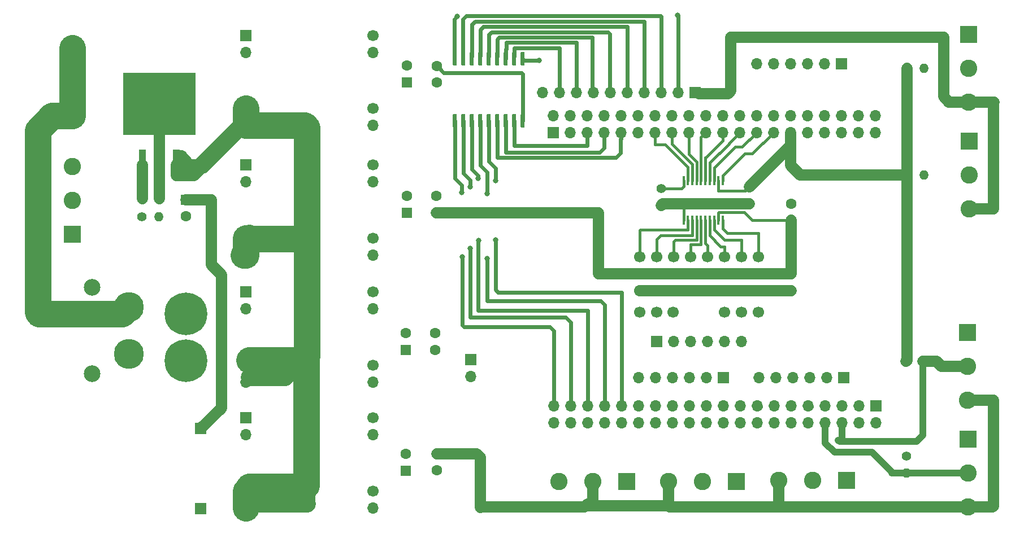
<source format=gtl>
G04 #@! TF.GenerationSoftware,KiCad,Pcbnew,(5.1.4-0-10_14)*
G04 #@! TF.CreationDate,2019-12-13T09:04:00-05:00*
G04 #@! TF.ProjectId,Robot,526f626f-742e-46b6-9963-61645f706362,rev?*
G04 #@! TF.SameCoordinates,Original*
G04 #@! TF.FileFunction,Copper,L1,Top*
G04 #@! TF.FilePolarity,Positive*
%FSLAX46Y46*%
G04 Gerber Fmt 4.6, Leading zero omitted, Abs format (unit mm)*
G04 Created by KiCad (PCBNEW (5.1.4-0-10_14)) date 2019-12-13 09:04:00*
%MOMM*%
%LPD*%
G04 APERTURE LIST*
%ADD10O,1.700000X1.700000*%
%ADD11R,1.700000X1.700000*%
%ADD12C,6.400000*%
%ADD13C,2.500000*%
%ADD14C,4.500000*%
%ADD15R,10.800000X9.400000*%
%ADD16R,1.100000X4.600000*%
%ADD17O,1.400000X1.400000*%
%ADD18C,1.400000*%
%ADD19C,1.600000*%
%ADD20R,1.600000X1.600000*%
%ADD21C,0.100000*%
%ADD22C,0.600000*%
%ADD23R,0.450000X1.450000*%
%ADD24C,1.700000*%
%ADD25C,2.600000*%
%ADD26R,2.600000X2.600000*%
%ADD27C,0.800000*%
%ADD28C,1.700000*%
%ADD29C,0.450000*%
%ADD30C,0.600000*%
%ADD31C,1.000000*%
%ADD32C,4.000000*%
%ADD33C,2.600000*%
G04 APERTURE END LIST*
D10*
X46860000Y-40600000D03*
X49400000Y-40600000D03*
X51940000Y-40600000D03*
X54480000Y-40600000D03*
X57020000Y-40600000D03*
D11*
X59560000Y-40600000D03*
X3674000Y-37879000D03*
D10*
X3674000Y-40419000D03*
D11*
X-36760000Y-60240000D03*
X-36760000Y-48240000D03*
D12*
X-38990000Y-38070000D03*
X-38990000Y-31070000D03*
D13*
X-53090000Y-40030000D03*
X-53090000Y-27030000D03*
D14*
X-47590000Y-37030000D03*
X-47590000Y-30030000D03*
D15*
X-42985000Y455000D03*
D16*
X-40445000Y-8695000D03*
X-42985000Y-8695000D03*
X-45525000Y-8695000D03*
D17*
X-45540000Y-13750000D03*
D18*
X-43000000Y-13750000D03*
D17*
X-43030000Y-16450000D03*
D18*
X-45570000Y-16450000D03*
D19*
X-39020000Y-16390000D03*
D20*
X-39020000Y-13890000D03*
D10*
X16140000Y-47410000D03*
X16140000Y-44870000D03*
X18680000Y-47410000D03*
X18680000Y-44870000D03*
X21220000Y-47410000D03*
X21220000Y-44870000D03*
X23760000Y-47410000D03*
X23760000Y-44870000D03*
X26300000Y-47410000D03*
X26300000Y-44870000D03*
X28840000Y-47410000D03*
X28840000Y-44870000D03*
X31380000Y-47410000D03*
X31380000Y-44870000D03*
X33920000Y-47410000D03*
X33920000Y-44870000D03*
X36460000Y-47410000D03*
X36460000Y-44870000D03*
X39000000Y-47410000D03*
X39000000Y-44870000D03*
X41540000Y-47410000D03*
X41540000Y-44870000D03*
X44080000Y-47410000D03*
X44080000Y-44870000D03*
X46620000Y-47410000D03*
X46620000Y-44870000D03*
X49160000Y-47410000D03*
X49160000Y-44870000D03*
X51700000Y-47410000D03*
X51700000Y-44870000D03*
X54240000Y-47410000D03*
X54240000Y-44870000D03*
X56780000Y-47410000D03*
X56780000Y-44870000D03*
X59320000Y-47410000D03*
X59320000Y-44870000D03*
X61860000Y-47410000D03*
X61860000Y-44870000D03*
X64400000Y-47410000D03*
D11*
X64400000Y-44870000D03*
D10*
X64260000Y-1300000D03*
X64260000Y-3840000D03*
X61720000Y-1300000D03*
X61720000Y-3840000D03*
X59180000Y-1300000D03*
X59180000Y-3840000D03*
X56640000Y-1300000D03*
X56640000Y-3840000D03*
X54100000Y-1300000D03*
X54100000Y-3840000D03*
X51560000Y-1300000D03*
X51560000Y-3840000D03*
X49020000Y-1300000D03*
X49020000Y-3840000D03*
X46480000Y-1300000D03*
X46480000Y-3840000D03*
X43940000Y-1300000D03*
X43940000Y-3840000D03*
X41400000Y-1300000D03*
X41400000Y-3840000D03*
X38860000Y-1300000D03*
X38860000Y-3840000D03*
X36320000Y-1300000D03*
X36320000Y-3840000D03*
X33780000Y-1300000D03*
X33780000Y-3840000D03*
X31240000Y-1300000D03*
X31240000Y-3840000D03*
X28700000Y-1300000D03*
X28700000Y-3840000D03*
X26160000Y-1300000D03*
X26160000Y-3840000D03*
X23620000Y-1300000D03*
X23620000Y-3840000D03*
X21080000Y-1300000D03*
X21080000Y-3840000D03*
X18540000Y-1300000D03*
X18540000Y-3840000D03*
X16000000Y-1300000D03*
D11*
X16000000Y-3840000D03*
D19*
X-5900000Y6200000D03*
D20*
X-5900000Y3700000D03*
D21*
G36*
X1464703Y8264278D02*
G01*
X1479264Y8262118D01*
X1493543Y8258541D01*
X1507403Y8253582D01*
X1520710Y8247288D01*
X1533336Y8239720D01*
X1545159Y8230952D01*
X1556066Y8221066D01*
X1565952Y8210159D01*
X1574720Y8198336D01*
X1582288Y8185710D01*
X1588582Y8172403D01*
X1593541Y8158543D01*
X1597118Y8144264D01*
X1599278Y8129703D01*
X1600000Y8115000D01*
X1600000Y6365000D01*
X1599278Y6350297D01*
X1597118Y6335736D01*
X1593541Y6321457D01*
X1588582Y6307597D01*
X1582288Y6294290D01*
X1574720Y6281664D01*
X1565952Y6269841D01*
X1556066Y6258934D01*
X1545159Y6249048D01*
X1533336Y6240280D01*
X1520710Y6232712D01*
X1507403Y6226418D01*
X1493543Y6221459D01*
X1479264Y6217882D01*
X1464703Y6215722D01*
X1450000Y6215000D01*
X1150000Y6215000D01*
X1135297Y6215722D01*
X1120736Y6217882D01*
X1106457Y6221459D01*
X1092597Y6226418D01*
X1079290Y6232712D01*
X1066664Y6240280D01*
X1054841Y6249048D01*
X1043934Y6258934D01*
X1034048Y6269841D01*
X1025280Y6281664D01*
X1017712Y6294290D01*
X1011418Y6307597D01*
X1006459Y6321457D01*
X1002882Y6335736D01*
X1000722Y6350297D01*
X1000000Y6365000D01*
X1000000Y8115000D01*
X1000722Y8129703D01*
X1002882Y8144264D01*
X1006459Y8158543D01*
X1011418Y8172403D01*
X1017712Y8185710D01*
X1025280Y8198336D01*
X1034048Y8210159D01*
X1043934Y8221066D01*
X1054841Y8230952D01*
X1066664Y8239720D01*
X1079290Y8247288D01*
X1092597Y8253582D01*
X1106457Y8258541D01*
X1120736Y8262118D01*
X1135297Y8264278D01*
X1150000Y8265000D01*
X1450000Y8265000D01*
X1464703Y8264278D01*
X1464703Y8264278D01*
G37*
D22*
X1300000Y7240000D03*
D21*
G36*
X2734703Y8264278D02*
G01*
X2749264Y8262118D01*
X2763543Y8258541D01*
X2777403Y8253582D01*
X2790710Y8247288D01*
X2803336Y8239720D01*
X2815159Y8230952D01*
X2826066Y8221066D01*
X2835952Y8210159D01*
X2844720Y8198336D01*
X2852288Y8185710D01*
X2858582Y8172403D01*
X2863541Y8158543D01*
X2867118Y8144264D01*
X2869278Y8129703D01*
X2870000Y8115000D01*
X2870000Y6365000D01*
X2869278Y6350297D01*
X2867118Y6335736D01*
X2863541Y6321457D01*
X2858582Y6307597D01*
X2852288Y6294290D01*
X2844720Y6281664D01*
X2835952Y6269841D01*
X2826066Y6258934D01*
X2815159Y6249048D01*
X2803336Y6240280D01*
X2790710Y6232712D01*
X2777403Y6226418D01*
X2763543Y6221459D01*
X2749264Y6217882D01*
X2734703Y6215722D01*
X2720000Y6215000D01*
X2420000Y6215000D01*
X2405297Y6215722D01*
X2390736Y6217882D01*
X2376457Y6221459D01*
X2362597Y6226418D01*
X2349290Y6232712D01*
X2336664Y6240280D01*
X2324841Y6249048D01*
X2313934Y6258934D01*
X2304048Y6269841D01*
X2295280Y6281664D01*
X2287712Y6294290D01*
X2281418Y6307597D01*
X2276459Y6321457D01*
X2272882Y6335736D01*
X2270722Y6350297D01*
X2270000Y6365000D01*
X2270000Y8115000D01*
X2270722Y8129703D01*
X2272882Y8144264D01*
X2276459Y8158543D01*
X2281418Y8172403D01*
X2287712Y8185710D01*
X2295280Y8198336D01*
X2304048Y8210159D01*
X2313934Y8221066D01*
X2324841Y8230952D01*
X2336664Y8239720D01*
X2349290Y8247288D01*
X2362597Y8253582D01*
X2376457Y8258541D01*
X2390736Y8262118D01*
X2405297Y8264278D01*
X2420000Y8265000D01*
X2720000Y8265000D01*
X2734703Y8264278D01*
X2734703Y8264278D01*
G37*
D22*
X2570000Y7240000D03*
D21*
G36*
X4004703Y8264278D02*
G01*
X4019264Y8262118D01*
X4033543Y8258541D01*
X4047403Y8253582D01*
X4060710Y8247288D01*
X4073336Y8239720D01*
X4085159Y8230952D01*
X4096066Y8221066D01*
X4105952Y8210159D01*
X4114720Y8198336D01*
X4122288Y8185710D01*
X4128582Y8172403D01*
X4133541Y8158543D01*
X4137118Y8144264D01*
X4139278Y8129703D01*
X4140000Y8115000D01*
X4140000Y6365000D01*
X4139278Y6350297D01*
X4137118Y6335736D01*
X4133541Y6321457D01*
X4128582Y6307597D01*
X4122288Y6294290D01*
X4114720Y6281664D01*
X4105952Y6269841D01*
X4096066Y6258934D01*
X4085159Y6249048D01*
X4073336Y6240280D01*
X4060710Y6232712D01*
X4047403Y6226418D01*
X4033543Y6221459D01*
X4019264Y6217882D01*
X4004703Y6215722D01*
X3990000Y6215000D01*
X3690000Y6215000D01*
X3675297Y6215722D01*
X3660736Y6217882D01*
X3646457Y6221459D01*
X3632597Y6226418D01*
X3619290Y6232712D01*
X3606664Y6240280D01*
X3594841Y6249048D01*
X3583934Y6258934D01*
X3574048Y6269841D01*
X3565280Y6281664D01*
X3557712Y6294290D01*
X3551418Y6307597D01*
X3546459Y6321457D01*
X3542882Y6335736D01*
X3540722Y6350297D01*
X3540000Y6365000D01*
X3540000Y8115000D01*
X3540722Y8129703D01*
X3542882Y8144264D01*
X3546459Y8158543D01*
X3551418Y8172403D01*
X3557712Y8185710D01*
X3565280Y8198336D01*
X3574048Y8210159D01*
X3583934Y8221066D01*
X3594841Y8230952D01*
X3606664Y8239720D01*
X3619290Y8247288D01*
X3632597Y8253582D01*
X3646457Y8258541D01*
X3660736Y8262118D01*
X3675297Y8264278D01*
X3690000Y8265000D01*
X3990000Y8265000D01*
X4004703Y8264278D01*
X4004703Y8264278D01*
G37*
D22*
X3840000Y7240000D03*
D21*
G36*
X5274703Y8264278D02*
G01*
X5289264Y8262118D01*
X5303543Y8258541D01*
X5317403Y8253582D01*
X5330710Y8247288D01*
X5343336Y8239720D01*
X5355159Y8230952D01*
X5366066Y8221066D01*
X5375952Y8210159D01*
X5384720Y8198336D01*
X5392288Y8185710D01*
X5398582Y8172403D01*
X5403541Y8158543D01*
X5407118Y8144264D01*
X5409278Y8129703D01*
X5410000Y8115000D01*
X5410000Y6365000D01*
X5409278Y6350297D01*
X5407118Y6335736D01*
X5403541Y6321457D01*
X5398582Y6307597D01*
X5392288Y6294290D01*
X5384720Y6281664D01*
X5375952Y6269841D01*
X5366066Y6258934D01*
X5355159Y6249048D01*
X5343336Y6240280D01*
X5330710Y6232712D01*
X5317403Y6226418D01*
X5303543Y6221459D01*
X5289264Y6217882D01*
X5274703Y6215722D01*
X5260000Y6215000D01*
X4960000Y6215000D01*
X4945297Y6215722D01*
X4930736Y6217882D01*
X4916457Y6221459D01*
X4902597Y6226418D01*
X4889290Y6232712D01*
X4876664Y6240280D01*
X4864841Y6249048D01*
X4853934Y6258934D01*
X4844048Y6269841D01*
X4835280Y6281664D01*
X4827712Y6294290D01*
X4821418Y6307597D01*
X4816459Y6321457D01*
X4812882Y6335736D01*
X4810722Y6350297D01*
X4810000Y6365000D01*
X4810000Y8115000D01*
X4810722Y8129703D01*
X4812882Y8144264D01*
X4816459Y8158543D01*
X4821418Y8172403D01*
X4827712Y8185710D01*
X4835280Y8198336D01*
X4844048Y8210159D01*
X4853934Y8221066D01*
X4864841Y8230952D01*
X4876664Y8239720D01*
X4889290Y8247288D01*
X4902597Y8253582D01*
X4916457Y8258541D01*
X4930736Y8262118D01*
X4945297Y8264278D01*
X4960000Y8265000D01*
X5260000Y8265000D01*
X5274703Y8264278D01*
X5274703Y8264278D01*
G37*
D22*
X5110000Y7240000D03*
D21*
G36*
X6544703Y8264278D02*
G01*
X6559264Y8262118D01*
X6573543Y8258541D01*
X6587403Y8253582D01*
X6600710Y8247288D01*
X6613336Y8239720D01*
X6625159Y8230952D01*
X6636066Y8221066D01*
X6645952Y8210159D01*
X6654720Y8198336D01*
X6662288Y8185710D01*
X6668582Y8172403D01*
X6673541Y8158543D01*
X6677118Y8144264D01*
X6679278Y8129703D01*
X6680000Y8115000D01*
X6680000Y6365000D01*
X6679278Y6350297D01*
X6677118Y6335736D01*
X6673541Y6321457D01*
X6668582Y6307597D01*
X6662288Y6294290D01*
X6654720Y6281664D01*
X6645952Y6269841D01*
X6636066Y6258934D01*
X6625159Y6249048D01*
X6613336Y6240280D01*
X6600710Y6232712D01*
X6587403Y6226418D01*
X6573543Y6221459D01*
X6559264Y6217882D01*
X6544703Y6215722D01*
X6530000Y6215000D01*
X6230000Y6215000D01*
X6215297Y6215722D01*
X6200736Y6217882D01*
X6186457Y6221459D01*
X6172597Y6226418D01*
X6159290Y6232712D01*
X6146664Y6240280D01*
X6134841Y6249048D01*
X6123934Y6258934D01*
X6114048Y6269841D01*
X6105280Y6281664D01*
X6097712Y6294290D01*
X6091418Y6307597D01*
X6086459Y6321457D01*
X6082882Y6335736D01*
X6080722Y6350297D01*
X6080000Y6365000D01*
X6080000Y8115000D01*
X6080722Y8129703D01*
X6082882Y8144264D01*
X6086459Y8158543D01*
X6091418Y8172403D01*
X6097712Y8185710D01*
X6105280Y8198336D01*
X6114048Y8210159D01*
X6123934Y8221066D01*
X6134841Y8230952D01*
X6146664Y8239720D01*
X6159290Y8247288D01*
X6172597Y8253582D01*
X6186457Y8258541D01*
X6200736Y8262118D01*
X6215297Y8264278D01*
X6230000Y8265000D01*
X6530000Y8265000D01*
X6544703Y8264278D01*
X6544703Y8264278D01*
G37*
D22*
X6380000Y7240000D03*
D21*
G36*
X7814703Y8264278D02*
G01*
X7829264Y8262118D01*
X7843543Y8258541D01*
X7857403Y8253582D01*
X7870710Y8247288D01*
X7883336Y8239720D01*
X7895159Y8230952D01*
X7906066Y8221066D01*
X7915952Y8210159D01*
X7924720Y8198336D01*
X7932288Y8185710D01*
X7938582Y8172403D01*
X7943541Y8158543D01*
X7947118Y8144264D01*
X7949278Y8129703D01*
X7950000Y8115000D01*
X7950000Y6365000D01*
X7949278Y6350297D01*
X7947118Y6335736D01*
X7943541Y6321457D01*
X7938582Y6307597D01*
X7932288Y6294290D01*
X7924720Y6281664D01*
X7915952Y6269841D01*
X7906066Y6258934D01*
X7895159Y6249048D01*
X7883336Y6240280D01*
X7870710Y6232712D01*
X7857403Y6226418D01*
X7843543Y6221459D01*
X7829264Y6217882D01*
X7814703Y6215722D01*
X7800000Y6215000D01*
X7500000Y6215000D01*
X7485297Y6215722D01*
X7470736Y6217882D01*
X7456457Y6221459D01*
X7442597Y6226418D01*
X7429290Y6232712D01*
X7416664Y6240280D01*
X7404841Y6249048D01*
X7393934Y6258934D01*
X7384048Y6269841D01*
X7375280Y6281664D01*
X7367712Y6294290D01*
X7361418Y6307597D01*
X7356459Y6321457D01*
X7352882Y6335736D01*
X7350722Y6350297D01*
X7350000Y6365000D01*
X7350000Y8115000D01*
X7350722Y8129703D01*
X7352882Y8144264D01*
X7356459Y8158543D01*
X7361418Y8172403D01*
X7367712Y8185710D01*
X7375280Y8198336D01*
X7384048Y8210159D01*
X7393934Y8221066D01*
X7404841Y8230952D01*
X7416664Y8239720D01*
X7429290Y8247288D01*
X7442597Y8253582D01*
X7456457Y8258541D01*
X7470736Y8262118D01*
X7485297Y8264278D01*
X7500000Y8265000D01*
X7800000Y8265000D01*
X7814703Y8264278D01*
X7814703Y8264278D01*
G37*
D22*
X7650000Y7240000D03*
D21*
G36*
X9084703Y8264278D02*
G01*
X9099264Y8262118D01*
X9113543Y8258541D01*
X9127403Y8253582D01*
X9140710Y8247288D01*
X9153336Y8239720D01*
X9165159Y8230952D01*
X9176066Y8221066D01*
X9185952Y8210159D01*
X9194720Y8198336D01*
X9202288Y8185710D01*
X9208582Y8172403D01*
X9213541Y8158543D01*
X9217118Y8144264D01*
X9219278Y8129703D01*
X9220000Y8115000D01*
X9220000Y6365000D01*
X9219278Y6350297D01*
X9217118Y6335736D01*
X9213541Y6321457D01*
X9208582Y6307597D01*
X9202288Y6294290D01*
X9194720Y6281664D01*
X9185952Y6269841D01*
X9176066Y6258934D01*
X9165159Y6249048D01*
X9153336Y6240280D01*
X9140710Y6232712D01*
X9127403Y6226418D01*
X9113543Y6221459D01*
X9099264Y6217882D01*
X9084703Y6215722D01*
X9070000Y6215000D01*
X8770000Y6215000D01*
X8755297Y6215722D01*
X8740736Y6217882D01*
X8726457Y6221459D01*
X8712597Y6226418D01*
X8699290Y6232712D01*
X8686664Y6240280D01*
X8674841Y6249048D01*
X8663934Y6258934D01*
X8654048Y6269841D01*
X8645280Y6281664D01*
X8637712Y6294290D01*
X8631418Y6307597D01*
X8626459Y6321457D01*
X8622882Y6335736D01*
X8620722Y6350297D01*
X8620000Y6365000D01*
X8620000Y8115000D01*
X8620722Y8129703D01*
X8622882Y8144264D01*
X8626459Y8158543D01*
X8631418Y8172403D01*
X8637712Y8185710D01*
X8645280Y8198336D01*
X8654048Y8210159D01*
X8663934Y8221066D01*
X8674841Y8230952D01*
X8686664Y8239720D01*
X8699290Y8247288D01*
X8712597Y8253582D01*
X8726457Y8258541D01*
X8740736Y8262118D01*
X8755297Y8264278D01*
X8770000Y8265000D01*
X9070000Y8265000D01*
X9084703Y8264278D01*
X9084703Y8264278D01*
G37*
D22*
X8920000Y7240000D03*
D21*
G36*
X10354703Y8264278D02*
G01*
X10369264Y8262118D01*
X10383543Y8258541D01*
X10397403Y8253582D01*
X10410710Y8247288D01*
X10423336Y8239720D01*
X10435159Y8230952D01*
X10446066Y8221066D01*
X10455952Y8210159D01*
X10464720Y8198336D01*
X10472288Y8185710D01*
X10478582Y8172403D01*
X10483541Y8158543D01*
X10487118Y8144264D01*
X10489278Y8129703D01*
X10490000Y8115000D01*
X10490000Y6365000D01*
X10489278Y6350297D01*
X10487118Y6335736D01*
X10483541Y6321457D01*
X10478582Y6307597D01*
X10472288Y6294290D01*
X10464720Y6281664D01*
X10455952Y6269841D01*
X10446066Y6258934D01*
X10435159Y6249048D01*
X10423336Y6240280D01*
X10410710Y6232712D01*
X10397403Y6226418D01*
X10383543Y6221459D01*
X10369264Y6217882D01*
X10354703Y6215722D01*
X10340000Y6215000D01*
X10040000Y6215000D01*
X10025297Y6215722D01*
X10010736Y6217882D01*
X9996457Y6221459D01*
X9982597Y6226418D01*
X9969290Y6232712D01*
X9956664Y6240280D01*
X9944841Y6249048D01*
X9933934Y6258934D01*
X9924048Y6269841D01*
X9915280Y6281664D01*
X9907712Y6294290D01*
X9901418Y6307597D01*
X9896459Y6321457D01*
X9892882Y6335736D01*
X9890722Y6350297D01*
X9890000Y6365000D01*
X9890000Y8115000D01*
X9890722Y8129703D01*
X9892882Y8144264D01*
X9896459Y8158543D01*
X9901418Y8172403D01*
X9907712Y8185710D01*
X9915280Y8198336D01*
X9924048Y8210159D01*
X9933934Y8221066D01*
X9944841Y8230952D01*
X9956664Y8239720D01*
X9969290Y8247288D01*
X9982597Y8253582D01*
X9996457Y8258541D01*
X10010736Y8262118D01*
X10025297Y8264278D01*
X10040000Y8265000D01*
X10340000Y8265000D01*
X10354703Y8264278D01*
X10354703Y8264278D01*
G37*
D22*
X10190000Y7240000D03*
D21*
G36*
X11624703Y8264278D02*
G01*
X11639264Y8262118D01*
X11653543Y8258541D01*
X11667403Y8253582D01*
X11680710Y8247288D01*
X11693336Y8239720D01*
X11705159Y8230952D01*
X11716066Y8221066D01*
X11725952Y8210159D01*
X11734720Y8198336D01*
X11742288Y8185710D01*
X11748582Y8172403D01*
X11753541Y8158543D01*
X11757118Y8144264D01*
X11759278Y8129703D01*
X11760000Y8115000D01*
X11760000Y6365000D01*
X11759278Y6350297D01*
X11757118Y6335736D01*
X11753541Y6321457D01*
X11748582Y6307597D01*
X11742288Y6294290D01*
X11734720Y6281664D01*
X11725952Y6269841D01*
X11716066Y6258934D01*
X11705159Y6249048D01*
X11693336Y6240280D01*
X11680710Y6232712D01*
X11667403Y6226418D01*
X11653543Y6221459D01*
X11639264Y6217882D01*
X11624703Y6215722D01*
X11610000Y6215000D01*
X11310000Y6215000D01*
X11295297Y6215722D01*
X11280736Y6217882D01*
X11266457Y6221459D01*
X11252597Y6226418D01*
X11239290Y6232712D01*
X11226664Y6240280D01*
X11214841Y6249048D01*
X11203934Y6258934D01*
X11194048Y6269841D01*
X11185280Y6281664D01*
X11177712Y6294290D01*
X11171418Y6307597D01*
X11166459Y6321457D01*
X11162882Y6335736D01*
X11160722Y6350297D01*
X11160000Y6365000D01*
X11160000Y8115000D01*
X11160722Y8129703D01*
X11162882Y8144264D01*
X11166459Y8158543D01*
X11171418Y8172403D01*
X11177712Y8185710D01*
X11185280Y8198336D01*
X11194048Y8210159D01*
X11203934Y8221066D01*
X11214841Y8230952D01*
X11226664Y8239720D01*
X11239290Y8247288D01*
X11252597Y8253582D01*
X11266457Y8258541D01*
X11280736Y8262118D01*
X11295297Y8264278D01*
X11310000Y8265000D01*
X11610000Y8265000D01*
X11624703Y8264278D01*
X11624703Y8264278D01*
G37*
D22*
X11460000Y7240000D03*
D21*
G36*
X11624703Y-1035722D02*
G01*
X11639264Y-1037882D01*
X11653543Y-1041459D01*
X11667403Y-1046418D01*
X11680710Y-1052712D01*
X11693336Y-1060280D01*
X11705159Y-1069048D01*
X11716066Y-1078934D01*
X11725952Y-1089841D01*
X11734720Y-1101664D01*
X11742288Y-1114290D01*
X11748582Y-1127597D01*
X11753541Y-1141457D01*
X11757118Y-1155736D01*
X11759278Y-1170297D01*
X11760000Y-1185000D01*
X11760000Y-2935000D01*
X11759278Y-2949703D01*
X11757118Y-2964264D01*
X11753541Y-2978543D01*
X11748582Y-2992403D01*
X11742288Y-3005710D01*
X11734720Y-3018336D01*
X11725952Y-3030159D01*
X11716066Y-3041066D01*
X11705159Y-3050952D01*
X11693336Y-3059720D01*
X11680710Y-3067288D01*
X11667403Y-3073582D01*
X11653543Y-3078541D01*
X11639264Y-3082118D01*
X11624703Y-3084278D01*
X11610000Y-3085000D01*
X11310000Y-3085000D01*
X11295297Y-3084278D01*
X11280736Y-3082118D01*
X11266457Y-3078541D01*
X11252597Y-3073582D01*
X11239290Y-3067288D01*
X11226664Y-3059720D01*
X11214841Y-3050952D01*
X11203934Y-3041066D01*
X11194048Y-3030159D01*
X11185280Y-3018336D01*
X11177712Y-3005710D01*
X11171418Y-2992403D01*
X11166459Y-2978543D01*
X11162882Y-2964264D01*
X11160722Y-2949703D01*
X11160000Y-2935000D01*
X11160000Y-1185000D01*
X11160722Y-1170297D01*
X11162882Y-1155736D01*
X11166459Y-1141457D01*
X11171418Y-1127597D01*
X11177712Y-1114290D01*
X11185280Y-1101664D01*
X11194048Y-1089841D01*
X11203934Y-1078934D01*
X11214841Y-1069048D01*
X11226664Y-1060280D01*
X11239290Y-1052712D01*
X11252597Y-1046418D01*
X11266457Y-1041459D01*
X11280736Y-1037882D01*
X11295297Y-1035722D01*
X11310000Y-1035000D01*
X11610000Y-1035000D01*
X11624703Y-1035722D01*
X11624703Y-1035722D01*
G37*
D22*
X11460000Y-2060000D03*
D21*
G36*
X10354703Y-1035722D02*
G01*
X10369264Y-1037882D01*
X10383543Y-1041459D01*
X10397403Y-1046418D01*
X10410710Y-1052712D01*
X10423336Y-1060280D01*
X10435159Y-1069048D01*
X10446066Y-1078934D01*
X10455952Y-1089841D01*
X10464720Y-1101664D01*
X10472288Y-1114290D01*
X10478582Y-1127597D01*
X10483541Y-1141457D01*
X10487118Y-1155736D01*
X10489278Y-1170297D01*
X10490000Y-1185000D01*
X10490000Y-2935000D01*
X10489278Y-2949703D01*
X10487118Y-2964264D01*
X10483541Y-2978543D01*
X10478582Y-2992403D01*
X10472288Y-3005710D01*
X10464720Y-3018336D01*
X10455952Y-3030159D01*
X10446066Y-3041066D01*
X10435159Y-3050952D01*
X10423336Y-3059720D01*
X10410710Y-3067288D01*
X10397403Y-3073582D01*
X10383543Y-3078541D01*
X10369264Y-3082118D01*
X10354703Y-3084278D01*
X10340000Y-3085000D01*
X10040000Y-3085000D01*
X10025297Y-3084278D01*
X10010736Y-3082118D01*
X9996457Y-3078541D01*
X9982597Y-3073582D01*
X9969290Y-3067288D01*
X9956664Y-3059720D01*
X9944841Y-3050952D01*
X9933934Y-3041066D01*
X9924048Y-3030159D01*
X9915280Y-3018336D01*
X9907712Y-3005710D01*
X9901418Y-2992403D01*
X9896459Y-2978543D01*
X9892882Y-2964264D01*
X9890722Y-2949703D01*
X9890000Y-2935000D01*
X9890000Y-1185000D01*
X9890722Y-1170297D01*
X9892882Y-1155736D01*
X9896459Y-1141457D01*
X9901418Y-1127597D01*
X9907712Y-1114290D01*
X9915280Y-1101664D01*
X9924048Y-1089841D01*
X9933934Y-1078934D01*
X9944841Y-1069048D01*
X9956664Y-1060280D01*
X9969290Y-1052712D01*
X9982597Y-1046418D01*
X9996457Y-1041459D01*
X10010736Y-1037882D01*
X10025297Y-1035722D01*
X10040000Y-1035000D01*
X10340000Y-1035000D01*
X10354703Y-1035722D01*
X10354703Y-1035722D01*
G37*
D22*
X10190000Y-2060000D03*
D21*
G36*
X9084703Y-1035722D02*
G01*
X9099264Y-1037882D01*
X9113543Y-1041459D01*
X9127403Y-1046418D01*
X9140710Y-1052712D01*
X9153336Y-1060280D01*
X9165159Y-1069048D01*
X9176066Y-1078934D01*
X9185952Y-1089841D01*
X9194720Y-1101664D01*
X9202288Y-1114290D01*
X9208582Y-1127597D01*
X9213541Y-1141457D01*
X9217118Y-1155736D01*
X9219278Y-1170297D01*
X9220000Y-1185000D01*
X9220000Y-2935000D01*
X9219278Y-2949703D01*
X9217118Y-2964264D01*
X9213541Y-2978543D01*
X9208582Y-2992403D01*
X9202288Y-3005710D01*
X9194720Y-3018336D01*
X9185952Y-3030159D01*
X9176066Y-3041066D01*
X9165159Y-3050952D01*
X9153336Y-3059720D01*
X9140710Y-3067288D01*
X9127403Y-3073582D01*
X9113543Y-3078541D01*
X9099264Y-3082118D01*
X9084703Y-3084278D01*
X9070000Y-3085000D01*
X8770000Y-3085000D01*
X8755297Y-3084278D01*
X8740736Y-3082118D01*
X8726457Y-3078541D01*
X8712597Y-3073582D01*
X8699290Y-3067288D01*
X8686664Y-3059720D01*
X8674841Y-3050952D01*
X8663934Y-3041066D01*
X8654048Y-3030159D01*
X8645280Y-3018336D01*
X8637712Y-3005710D01*
X8631418Y-2992403D01*
X8626459Y-2978543D01*
X8622882Y-2964264D01*
X8620722Y-2949703D01*
X8620000Y-2935000D01*
X8620000Y-1185000D01*
X8620722Y-1170297D01*
X8622882Y-1155736D01*
X8626459Y-1141457D01*
X8631418Y-1127597D01*
X8637712Y-1114290D01*
X8645280Y-1101664D01*
X8654048Y-1089841D01*
X8663934Y-1078934D01*
X8674841Y-1069048D01*
X8686664Y-1060280D01*
X8699290Y-1052712D01*
X8712597Y-1046418D01*
X8726457Y-1041459D01*
X8740736Y-1037882D01*
X8755297Y-1035722D01*
X8770000Y-1035000D01*
X9070000Y-1035000D01*
X9084703Y-1035722D01*
X9084703Y-1035722D01*
G37*
D22*
X8920000Y-2060000D03*
D21*
G36*
X7814703Y-1035722D02*
G01*
X7829264Y-1037882D01*
X7843543Y-1041459D01*
X7857403Y-1046418D01*
X7870710Y-1052712D01*
X7883336Y-1060280D01*
X7895159Y-1069048D01*
X7906066Y-1078934D01*
X7915952Y-1089841D01*
X7924720Y-1101664D01*
X7932288Y-1114290D01*
X7938582Y-1127597D01*
X7943541Y-1141457D01*
X7947118Y-1155736D01*
X7949278Y-1170297D01*
X7950000Y-1185000D01*
X7950000Y-2935000D01*
X7949278Y-2949703D01*
X7947118Y-2964264D01*
X7943541Y-2978543D01*
X7938582Y-2992403D01*
X7932288Y-3005710D01*
X7924720Y-3018336D01*
X7915952Y-3030159D01*
X7906066Y-3041066D01*
X7895159Y-3050952D01*
X7883336Y-3059720D01*
X7870710Y-3067288D01*
X7857403Y-3073582D01*
X7843543Y-3078541D01*
X7829264Y-3082118D01*
X7814703Y-3084278D01*
X7800000Y-3085000D01*
X7500000Y-3085000D01*
X7485297Y-3084278D01*
X7470736Y-3082118D01*
X7456457Y-3078541D01*
X7442597Y-3073582D01*
X7429290Y-3067288D01*
X7416664Y-3059720D01*
X7404841Y-3050952D01*
X7393934Y-3041066D01*
X7384048Y-3030159D01*
X7375280Y-3018336D01*
X7367712Y-3005710D01*
X7361418Y-2992403D01*
X7356459Y-2978543D01*
X7352882Y-2964264D01*
X7350722Y-2949703D01*
X7350000Y-2935000D01*
X7350000Y-1185000D01*
X7350722Y-1170297D01*
X7352882Y-1155736D01*
X7356459Y-1141457D01*
X7361418Y-1127597D01*
X7367712Y-1114290D01*
X7375280Y-1101664D01*
X7384048Y-1089841D01*
X7393934Y-1078934D01*
X7404841Y-1069048D01*
X7416664Y-1060280D01*
X7429290Y-1052712D01*
X7442597Y-1046418D01*
X7456457Y-1041459D01*
X7470736Y-1037882D01*
X7485297Y-1035722D01*
X7500000Y-1035000D01*
X7800000Y-1035000D01*
X7814703Y-1035722D01*
X7814703Y-1035722D01*
G37*
D22*
X7650000Y-2060000D03*
D21*
G36*
X6544703Y-1035722D02*
G01*
X6559264Y-1037882D01*
X6573543Y-1041459D01*
X6587403Y-1046418D01*
X6600710Y-1052712D01*
X6613336Y-1060280D01*
X6625159Y-1069048D01*
X6636066Y-1078934D01*
X6645952Y-1089841D01*
X6654720Y-1101664D01*
X6662288Y-1114290D01*
X6668582Y-1127597D01*
X6673541Y-1141457D01*
X6677118Y-1155736D01*
X6679278Y-1170297D01*
X6680000Y-1185000D01*
X6680000Y-2935000D01*
X6679278Y-2949703D01*
X6677118Y-2964264D01*
X6673541Y-2978543D01*
X6668582Y-2992403D01*
X6662288Y-3005710D01*
X6654720Y-3018336D01*
X6645952Y-3030159D01*
X6636066Y-3041066D01*
X6625159Y-3050952D01*
X6613336Y-3059720D01*
X6600710Y-3067288D01*
X6587403Y-3073582D01*
X6573543Y-3078541D01*
X6559264Y-3082118D01*
X6544703Y-3084278D01*
X6530000Y-3085000D01*
X6230000Y-3085000D01*
X6215297Y-3084278D01*
X6200736Y-3082118D01*
X6186457Y-3078541D01*
X6172597Y-3073582D01*
X6159290Y-3067288D01*
X6146664Y-3059720D01*
X6134841Y-3050952D01*
X6123934Y-3041066D01*
X6114048Y-3030159D01*
X6105280Y-3018336D01*
X6097712Y-3005710D01*
X6091418Y-2992403D01*
X6086459Y-2978543D01*
X6082882Y-2964264D01*
X6080722Y-2949703D01*
X6080000Y-2935000D01*
X6080000Y-1185000D01*
X6080722Y-1170297D01*
X6082882Y-1155736D01*
X6086459Y-1141457D01*
X6091418Y-1127597D01*
X6097712Y-1114290D01*
X6105280Y-1101664D01*
X6114048Y-1089841D01*
X6123934Y-1078934D01*
X6134841Y-1069048D01*
X6146664Y-1060280D01*
X6159290Y-1052712D01*
X6172597Y-1046418D01*
X6186457Y-1041459D01*
X6200736Y-1037882D01*
X6215297Y-1035722D01*
X6230000Y-1035000D01*
X6530000Y-1035000D01*
X6544703Y-1035722D01*
X6544703Y-1035722D01*
G37*
D22*
X6380000Y-2060000D03*
D21*
G36*
X5274703Y-1035722D02*
G01*
X5289264Y-1037882D01*
X5303543Y-1041459D01*
X5317403Y-1046418D01*
X5330710Y-1052712D01*
X5343336Y-1060280D01*
X5355159Y-1069048D01*
X5366066Y-1078934D01*
X5375952Y-1089841D01*
X5384720Y-1101664D01*
X5392288Y-1114290D01*
X5398582Y-1127597D01*
X5403541Y-1141457D01*
X5407118Y-1155736D01*
X5409278Y-1170297D01*
X5410000Y-1185000D01*
X5410000Y-2935000D01*
X5409278Y-2949703D01*
X5407118Y-2964264D01*
X5403541Y-2978543D01*
X5398582Y-2992403D01*
X5392288Y-3005710D01*
X5384720Y-3018336D01*
X5375952Y-3030159D01*
X5366066Y-3041066D01*
X5355159Y-3050952D01*
X5343336Y-3059720D01*
X5330710Y-3067288D01*
X5317403Y-3073582D01*
X5303543Y-3078541D01*
X5289264Y-3082118D01*
X5274703Y-3084278D01*
X5260000Y-3085000D01*
X4960000Y-3085000D01*
X4945297Y-3084278D01*
X4930736Y-3082118D01*
X4916457Y-3078541D01*
X4902597Y-3073582D01*
X4889290Y-3067288D01*
X4876664Y-3059720D01*
X4864841Y-3050952D01*
X4853934Y-3041066D01*
X4844048Y-3030159D01*
X4835280Y-3018336D01*
X4827712Y-3005710D01*
X4821418Y-2992403D01*
X4816459Y-2978543D01*
X4812882Y-2964264D01*
X4810722Y-2949703D01*
X4810000Y-2935000D01*
X4810000Y-1185000D01*
X4810722Y-1170297D01*
X4812882Y-1155736D01*
X4816459Y-1141457D01*
X4821418Y-1127597D01*
X4827712Y-1114290D01*
X4835280Y-1101664D01*
X4844048Y-1089841D01*
X4853934Y-1078934D01*
X4864841Y-1069048D01*
X4876664Y-1060280D01*
X4889290Y-1052712D01*
X4902597Y-1046418D01*
X4916457Y-1041459D01*
X4930736Y-1037882D01*
X4945297Y-1035722D01*
X4960000Y-1035000D01*
X5260000Y-1035000D01*
X5274703Y-1035722D01*
X5274703Y-1035722D01*
G37*
D22*
X5110000Y-2060000D03*
D21*
G36*
X4004703Y-1035722D02*
G01*
X4019264Y-1037882D01*
X4033543Y-1041459D01*
X4047403Y-1046418D01*
X4060710Y-1052712D01*
X4073336Y-1060280D01*
X4085159Y-1069048D01*
X4096066Y-1078934D01*
X4105952Y-1089841D01*
X4114720Y-1101664D01*
X4122288Y-1114290D01*
X4128582Y-1127597D01*
X4133541Y-1141457D01*
X4137118Y-1155736D01*
X4139278Y-1170297D01*
X4140000Y-1185000D01*
X4140000Y-2935000D01*
X4139278Y-2949703D01*
X4137118Y-2964264D01*
X4133541Y-2978543D01*
X4128582Y-2992403D01*
X4122288Y-3005710D01*
X4114720Y-3018336D01*
X4105952Y-3030159D01*
X4096066Y-3041066D01*
X4085159Y-3050952D01*
X4073336Y-3059720D01*
X4060710Y-3067288D01*
X4047403Y-3073582D01*
X4033543Y-3078541D01*
X4019264Y-3082118D01*
X4004703Y-3084278D01*
X3990000Y-3085000D01*
X3690000Y-3085000D01*
X3675297Y-3084278D01*
X3660736Y-3082118D01*
X3646457Y-3078541D01*
X3632597Y-3073582D01*
X3619290Y-3067288D01*
X3606664Y-3059720D01*
X3594841Y-3050952D01*
X3583934Y-3041066D01*
X3574048Y-3030159D01*
X3565280Y-3018336D01*
X3557712Y-3005710D01*
X3551418Y-2992403D01*
X3546459Y-2978543D01*
X3542882Y-2964264D01*
X3540722Y-2949703D01*
X3540000Y-2935000D01*
X3540000Y-1185000D01*
X3540722Y-1170297D01*
X3542882Y-1155736D01*
X3546459Y-1141457D01*
X3551418Y-1127597D01*
X3557712Y-1114290D01*
X3565280Y-1101664D01*
X3574048Y-1089841D01*
X3583934Y-1078934D01*
X3594841Y-1069048D01*
X3606664Y-1060280D01*
X3619290Y-1052712D01*
X3632597Y-1046418D01*
X3646457Y-1041459D01*
X3660736Y-1037882D01*
X3675297Y-1035722D01*
X3690000Y-1035000D01*
X3990000Y-1035000D01*
X4004703Y-1035722D01*
X4004703Y-1035722D01*
G37*
D22*
X3840000Y-2060000D03*
D21*
G36*
X2734703Y-1035722D02*
G01*
X2749264Y-1037882D01*
X2763543Y-1041459D01*
X2777403Y-1046418D01*
X2790710Y-1052712D01*
X2803336Y-1060280D01*
X2815159Y-1069048D01*
X2826066Y-1078934D01*
X2835952Y-1089841D01*
X2844720Y-1101664D01*
X2852288Y-1114290D01*
X2858582Y-1127597D01*
X2863541Y-1141457D01*
X2867118Y-1155736D01*
X2869278Y-1170297D01*
X2870000Y-1185000D01*
X2870000Y-2935000D01*
X2869278Y-2949703D01*
X2867118Y-2964264D01*
X2863541Y-2978543D01*
X2858582Y-2992403D01*
X2852288Y-3005710D01*
X2844720Y-3018336D01*
X2835952Y-3030159D01*
X2826066Y-3041066D01*
X2815159Y-3050952D01*
X2803336Y-3059720D01*
X2790710Y-3067288D01*
X2777403Y-3073582D01*
X2763543Y-3078541D01*
X2749264Y-3082118D01*
X2734703Y-3084278D01*
X2720000Y-3085000D01*
X2420000Y-3085000D01*
X2405297Y-3084278D01*
X2390736Y-3082118D01*
X2376457Y-3078541D01*
X2362597Y-3073582D01*
X2349290Y-3067288D01*
X2336664Y-3059720D01*
X2324841Y-3050952D01*
X2313934Y-3041066D01*
X2304048Y-3030159D01*
X2295280Y-3018336D01*
X2287712Y-3005710D01*
X2281418Y-2992403D01*
X2276459Y-2978543D01*
X2272882Y-2964264D01*
X2270722Y-2949703D01*
X2270000Y-2935000D01*
X2270000Y-1185000D01*
X2270722Y-1170297D01*
X2272882Y-1155736D01*
X2276459Y-1141457D01*
X2281418Y-1127597D01*
X2287712Y-1114290D01*
X2295280Y-1101664D01*
X2304048Y-1089841D01*
X2313934Y-1078934D01*
X2324841Y-1069048D01*
X2336664Y-1060280D01*
X2349290Y-1052712D01*
X2362597Y-1046418D01*
X2376457Y-1041459D01*
X2390736Y-1037882D01*
X2405297Y-1035722D01*
X2420000Y-1035000D01*
X2720000Y-1035000D01*
X2734703Y-1035722D01*
X2734703Y-1035722D01*
G37*
D22*
X2570000Y-2060000D03*
D21*
G36*
X1464703Y-1035722D02*
G01*
X1479264Y-1037882D01*
X1493543Y-1041459D01*
X1507403Y-1046418D01*
X1520710Y-1052712D01*
X1533336Y-1060280D01*
X1545159Y-1069048D01*
X1556066Y-1078934D01*
X1565952Y-1089841D01*
X1574720Y-1101664D01*
X1582288Y-1114290D01*
X1588582Y-1127597D01*
X1593541Y-1141457D01*
X1597118Y-1155736D01*
X1599278Y-1170297D01*
X1600000Y-1185000D01*
X1600000Y-2935000D01*
X1599278Y-2949703D01*
X1597118Y-2964264D01*
X1593541Y-2978543D01*
X1588582Y-2992403D01*
X1582288Y-3005710D01*
X1574720Y-3018336D01*
X1565952Y-3030159D01*
X1556066Y-3041066D01*
X1545159Y-3050952D01*
X1533336Y-3059720D01*
X1520710Y-3067288D01*
X1507403Y-3073582D01*
X1493543Y-3078541D01*
X1479264Y-3082118D01*
X1464703Y-3084278D01*
X1450000Y-3085000D01*
X1150000Y-3085000D01*
X1135297Y-3084278D01*
X1120736Y-3082118D01*
X1106457Y-3078541D01*
X1092597Y-3073582D01*
X1079290Y-3067288D01*
X1066664Y-3059720D01*
X1054841Y-3050952D01*
X1043934Y-3041066D01*
X1034048Y-3030159D01*
X1025280Y-3018336D01*
X1017712Y-3005710D01*
X1011418Y-2992403D01*
X1006459Y-2978543D01*
X1002882Y-2964264D01*
X1000722Y-2949703D01*
X1000000Y-2935000D01*
X1000000Y-1185000D01*
X1000722Y-1170297D01*
X1002882Y-1155736D01*
X1006459Y-1141457D01*
X1011418Y-1127597D01*
X1017712Y-1114290D01*
X1025280Y-1101664D01*
X1034048Y-1089841D01*
X1043934Y-1078934D01*
X1054841Y-1069048D01*
X1066664Y-1060280D01*
X1079290Y-1052712D01*
X1092597Y-1046418D01*
X1106457Y-1041459D01*
X1120736Y-1037882D01*
X1135297Y-1035722D01*
X1150000Y-1035000D01*
X1450000Y-1035000D01*
X1464703Y-1035722D01*
X1464703Y-1035722D01*
G37*
D22*
X1300000Y-2060000D03*
D17*
X68932540Y-54897020D03*
D18*
X68932540Y-52357020D03*
D17*
X71440000Y-38150000D03*
D18*
X68900000Y-38150000D03*
D17*
X71540000Y-10200000D03*
D18*
X69000000Y-10200000D03*
D17*
X71540000Y5800000D03*
D18*
X69000000Y5800000D03*
D23*
X41425000Y-16950000D03*
X40775000Y-16950000D03*
X40125000Y-16950000D03*
X39475000Y-16950000D03*
X38825000Y-16950000D03*
X38175000Y-16950000D03*
X37525000Y-16950000D03*
X36875000Y-16950000D03*
X36225000Y-16950000D03*
X35575000Y-16950000D03*
X35575000Y-11050000D03*
X36225000Y-11050000D03*
X36875000Y-11050000D03*
X37525000Y-11050000D03*
X38175000Y-11050000D03*
X38825000Y-11050000D03*
X39475000Y-11050000D03*
X40125000Y-11050000D03*
X40775000Y-11050000D03*
X41425000Y-11050000D03*
D24*
X-11000000Y-250000D03*
D10*
X-11000000Y-2790000D03*
X-30000000Y-2790000D03*
D24*
X-30000000Y-250000D03*
D10*
X-11000000Y8210000D03*
D24*
X-11000000Y10750000D03*
D10*
X-30000000Y8210000D03*
D11*
X-30000000Y10750000D03*
D24*
X-11000000Y-19653500D03*
D10*
X-11000000Y-22193500D03*
X-30000000Y-22193500D03*
D24*
X-30000000Y-19653500D03*
D10*
X-11000000Y-11193500D03*
D24*
X-11000000Y-8653500D03*
D10*
X-30000000Y-11193500D03*
D11*
X-30000000Y-8653500D03*
D24*
X-11000000Y-38700000D03*
D10*
X-11000000Y-41240000D03*
X-30000000Y-41240000D03*
D24*
X-30000000Y-38700000D03*
D10*
X-11000000Y-30240000D03*
D24*
X-11000000Y-27700000D03*
D10*
X-30000000Y-30240000D03*
D11*
X-30000000Y-27700000D03*
D24*
X-11000000Y-57600000D03*
D10*
X-11000000Y-60140000D03*
X-30000000Y-60140000D03*
D24*
X-30000000Y-57600000D03*
D10*
X-11000000Y-49140000D03*
D24*
X-11000000Y-46600000D03*
D10*
X-30000000Y-49140000D03*
D11*
X-30000000Y-46600000D03*
D24*
X46780000Y-30780000D03*
X44240000Y-30780000D03*
X41700000Y-30780000D03*
X34000000Y-30780000D03*
X31500000Y-30780000D03*
X29000000Y-30780000D03*
X46780000Y-27580000D03*
X44240000Y-27580000D03*
X41700000Y-27580000D03*
X39160000Y-27580000D03*
X36620000Y-27580000D03*
X34080000Y-27580000D03*
X31540000Y-27580000D03*
X29000000Y-27580000D03*
X46780000Y-25040000D03*
X44240000Y-25040000D03*
X41700000Y-25040000D03*
X39160000Y-25040000D03*
X36620000Y-25040000D03*
X34080000Y-25040000D03*
X31540000Y-25040000D03*
X29000000Y-25040000D03*
X46780000Y-22500000D03*
X44240000Y-22500000D03*
X41700000Y-22500000D03*
X39160000Y-22500000D03*
X36620000Y-22500000D03*
X34080000Y-22500000D03*
X31540000Y-22500000D03*
X29000000Y-22500000D03*
D17*
X32222440Y-14759940D03*
D18*
X32222440Y-12219940D03*
D10*
X28801360Y-40619220D03*
X31341360Y-40619220D03*
X33881360Y-40619220D03*
X36421360Y-40619220D03*
X38961360Y-40619220D03*
D11*
X41501360Y-40619220D03*
D10*
X46500000Y6500000D03*
X49040000Y6500000D03*
X51580000Y6500000D03*
X54120000Y6500000D03*
X56660000Y6500000D03*
D11*
X59200000Y6500000D03*
D19*
X-5900420Y-13372460D03*
D20*
X-5900420Y-15872460D03*
D19*
X-6075680Y-33913440D03*
D20*
X-6075680Y-36413440D03*
D19*
X-6050280Y-52026180D03*
D20*
X-6050280Y-54526180D03*
D19*
X-1430000Y6180000D03*
X-1430000Y3680000D03*
X-1513840Y-13372460D03*
X-1513840Y-15872460D03*
X-1699260Y-33913440D03*
X-1699260Y-36413440D03*
X-1402080Y-51995700D03*
X-1402080Y-54495700D03*
X51648360Y-27544400D03*
X51648360Y-25044400D03*
X51650900Y-14492600D03*
X51650900Y-16992600D03*
X45400000Y-14500000D03*
X45400000Y-12000000D03*
D25*
X-56000000Y-8920000D03*
X-56000000Y-14000000D03*
D26*
X-56000000Y-19080000D03*
D25*
X-56000000Y8860000D03*
X-56000000Y3780000D03*
D26*
X-56000000Y-1300000D03*
D25*
X33290000Y-56150000D03*
X38370000Y-56150000D03*
D26*
X43450000Y-56150000D03*
D25*
X49790000Y-56000000D03*
X54870000Y-56000000D03*
D26*
X59950000Y-56000000D03*
D25*
X78150000Y-60010000D03*
X78150000Y-54930000D03*
D26*
X78150000Y-49850000D03*
D25*
X78100000Y-44010000D03*
X78100000Y-38930000D03*
D26*
X78100000Y-33850000D03*
D25*
X78350000Y-15260000D03*
X78350000Y-10180000D03*
D26*
X78350000Y-5100000D03*
D25*
X78300000Y740000D03*
X78300000Y5820000D03*
D26*
X78300000Y10900000D03*
D10*
X14390000Y2160000D03*
X16930000Y2160000D03*
X19470000Y2160000D03*
X22010000Y2160000D03*
X24550000Y2160000D03*
X27090000Y2160000D03*
X29630000Y2160000D03*
X32170000Y2160000D03*
X34710000Y2160000D03*
D11*
X37250000Y2160000D03*
D25*
X16920000Y-56200000D03*
X22000000Y-56200000D03*
D26*
X27080000Y-56200000D03*
D10*
X44250000Y-35150000D03*
X41710000Y-35150000D03*
X39170000Y-35150000D03*
X36630000Y-35150000D03*
X34090000Y-35150000D03*
D11*
X31550000Y-35150000D03*
D27*
X34700000Y13770000D03*
X1660000Y13600000D03*
X13950000Y6990000D03*
X7410000Y-11080000D03*
X7370000Y-19900000D03*
X6170000Y-22730000D03*
X6160000Y-13030000D03*
X4820000Y-20060000D03*
X4810000Y-10690000D03*
X3560000Y-11980000D03*
X3570000Y-21190000D03*
X2360000Y-12790000D03*
X2430000Y-22460000D03*
D28*
X78300000Y740000D02*
X82040000Y740000D01*
X82040000Y740000D02*
X82000000Y700000D01*
X78360000Y-15250000D02*
X78350000Y-15260000D01*
X82000000Y-15250000D02*
X78360000Y-15250000D01*
X82000000Y700000D02*
X82000000Y-13950000D01*
X82000000Y-13950000D02*
X82000000Y-15250000D01*
X78100000Y-44010000D02*
X81960000Y-44010000D01*
X81960000Y-44010000D02*
X81950000Y-44020000D01*
X81950000Y-44020000D02*
X81950000Y-59900000D01*
X81840000Y-60010000D02*
X78150000Y-60010000D01*
X81950000Y-59900000D02*
X81840000Y-60010000D01*
D29*
X35575000Y-16950000D02*
X35575000Y-14757160D01*
X35572220Y-14759940D02*
X35575000Y-14757160D01*
D28*
X29000000Y-27580000D02*
X31540000Y-27580000D01*
X31540000Y-27580000D02*
X34080000Y-27580000D01*
X34080000Y-27580000D02*
X35608940Y-27580000D01*
X36620000Y-27580000D02*
X39160000Y-27580000D01*
X39160000Y-27580000D02*
X41700000Y-27580000D01*
X41700000Y-27580000D02*
X44240000Y-27580000D01*
X44240000Y-27580000D02*
X46780000Y-27580000D01*
X51612760Y-27580000D02*
X51648360Y-27544400D01*
X46780000Y-27580000D02*
X51612760Y-27580000D01*
X32482380Y-14500000D02*
X32222440Y-14759940D01*
X45400000Y-14500000D02*
X32482380Y-14500000D01*
X34080000Y-27580000D02*
X36620000Y-27580000D01*
X49790000Y-59975400D02*
X49790000Y-56000000D01*
X49824600Y-60010000D02*
X49790000Y-59975400D01*
X33290000Y-56150000D02*
X33290000Y-59831480D01*
X33468520Y-60010000D02*
X49824600Y-60010000D01*
X33290000Y-59831480D02*
X33468520Y-60010000D01*
X22000000Y-56250000D02*
X22000000Y-59524000D01*
X21477480Y-59831480D02*
X33290000Y-59831480D01*
X21170000Y-59524000D02*
X21477480Y-59831480D01*
X-1402080Y-51995700D02*
X4528180Y-51995700D01*
X4528180Y-51995700D02*
X5080000Y-52547520D01*
X5080000Y-52547520D02*
X5080000Y-60071000D01*
X5080000Y-60071000D02*
X5179060Y-59971940D01*
X20722060Y-59971940D02*
X21170000Y-59524000D01*
X5179060Y-59971940D02*
X20722060Y-59971940D01*
D30*
X-855000Y5605000D02*
X-1430000Y6180000D01*
X-380000Y5130000D02*
X-1430000Y6180000D01*
X11460000Y-2060000D02*
X11460000Y4980000D01*
X11310000Y5130000D02*
X-380000Y5130000D01*
X11460000Y4980000D02*
X11310000Y5130000D01*
D28*
X42210000Y2020000D02*
X37870000Y2020000D01*
X75330000Y740000D02*
X74520000Y1550000D01*
X78300000Y740000D02*
X75330000Y740000D01*
X74520000Y1550000D02*
X74520000Y10440000D01*
X42610000Y10440000D02*
X42610000Y2420000D01*
X42610000Y2420000D02*
X42210000Y2020000D01*
X78150000Y-60010000D02*
X49824600Y-60010000D01*
X74520000Y10440000D02*
X42610000Y10440000D01*
D30*
X32170000Y13630000D02*
X32170000Y2160000D01*
X32139960Y13660040D02*
X32170000Y13630000D01*
X2520000Y7650000D02*
X2520000Y10424172D01*
X2520000Y10424172D02*
X2530000Y10434172D01*
X2530000Y10434172D02*
X2530000Y13180000D01*
X2530000Y13180000D02*
X3010040Y13660040D01*
X3010040Y13660040D02*
X32139960Y13660040D01*
D29*
X41425000Y-16950000D02*
X41425000Y-18217020D01*
X41425000Y-18217020D02*
X42153840Y-18945860D01*
X42153840Y-18945860D02*
X46746160Y-18945860D01*
X46780000Y-18979700D02*
X46780000Y-22500000D01*
X46746160Y-18945860D02*
X46780000Y-18979700D01*
X40125000Y-16950000D02*
X40125000Y-18405460D01*
X40125000Y-18405460D02*
X41661080Y-19941540D01*
X41661080Y-19941540D02*
X44221400Y-19941540D01*
X44240000Y-19960140D02*
X44240000Y-22500000D01*
X44221400Y-19941540D02*
X44240000Y-19960140D01*
X39475000Y-16950000D02*
X39475000Y-19261680D01*
X39475000Y-19261680D02*
X41132760Y-20919440D01*
X41132760Y-20919440D02*
X41714420Y-20919440D01*
X41700000Y-20933860D02*
X41700000Y-22500000D01*
X41714420Y-20919440D02*
X41700000Y-20933860D01*
X38824992Y-18992436D02*
X38824992Y-20473492D01*
X38825000Y-16950000D02*
X38825000Y-18992428D01*
X38825000Y-18992428D02*
X38824992Y-18992436D01*
X39160000Y-20808500D02*
X39160000Y-22500000D01*
X38824992Y-20473492D02*
X39160000Y-20808500D01*
X38175000Y-18723176D02*
X38155880Y-18742296D01*
X38175000Y-16950000D02*
X38175000Y-18723176D01*
X38155880Y-18742296D02*
X38155880Y-20556220D01*
X38155880Y-20556220D02*
X38120320Y-20591780D01*
X38120320Y-20591780D02*
X36624260Y-20591780D01*
X36620000Y-20596040D02*
X36620000Y-22500000D01*
X36624260Y-20591780D02*
X36620000Y-20596040D01*
X37525000Y-18453924D02*
X37505870Y-18473054D01*
X37525000Y-16950000D02*
X37525000Y-18453924D01*
X37505870Y-18473054D02*
X37505870Y-19941310D01*
X37505870Y-19941310D02*
X37505410Y-19941770D01*
X37505410Y-19941770D02*
X34317710Y-19941770D01*
X34080000Y-20179480D02*
X34080000Y-22500000D01*
X34317710Y-19941770D02*
X34080000Y-20179480D01*
X36875000Y-18184672D02*
X36855860Y-18203812D01*
X36875000Y-16950000D02*
X36875000Y-18184672D01*
X36855860Y-18203812D02*
X36855860Y-19286220D01*
X36855860Y-19286220D02*
X32125920Y-19286220D01*
X32125920Y-19286220D02*
X31539180Y-19872960D01*
X31539180Y-22499180D02*
X31540000Y-22500000D01*
X31539180Y-19872960D02*
X31539180Y-22499180D01*
X36225000Y-17915420D02*
X36205850Y-17934570D01*
X36225000Y-16950000D02*
X36225000Y-17915420D01*
X36205850Y-17934570D02*
X36205850Y-18444790D01*
X31474990Y-18444790D02*
X31471760Y-18448020D01*
X36205850Y-18444790D02*
X31474990Y-18444790D01*
X31471760Y-18448020D02*
X29083000Y-18448020D01*
X29000000Y-18531020D02*
X29000000Y-22500000D01*
X29083000Y-18448020D02*
X29000000Y-18531020D01*
X41425000Y-11050000D02*
X41425000Y-10304640D01*
X41425000Y-10304640D02*
X44729400Y-7000240D01*
X45859760Y-7000240D02*
X49020000Y-3840000D01*
X44729400Y-7000240D02*
X45859760Y-7000240D01*
X40125000Y-11050000D02*
X40125000Y-9138300D01*
X40125000Y-9138300D02*
X43281600Y-5981700D01*
X44338300Y-5981700D02*
X46480000Y-3840000D01*
X43281600Y-5981700D02*
X44338300Y-5981700D01*
X42341800Y-5438200D02*
X43940000Y-3840000D01*
X42341800Y-5501640D02*
X42341800Y-5438200D01*
X39475000Y-11050000D02*
X39475000Y-8368440D01*
X39475000Y-8368440D02*
X42341800Y-5501640D01*
X38825000Y-11050000D02*
X38825000Y-7537620D01*
X38825000Y-7537620D02*
X38865640Y-7537620D01*
X41400000Y-5003260D02*
X41400000Y-3840000D01*
X38865640Y-7537620D02*
X41400000Y-5003260D01*
X38175000Y-4525000D02*
X38860000Y-3840000D01*
X38175000Y-11050000D02*
X38175000Y-4525000D01*
X37525000Y-11050000D02*
X37525000Y-8254040D01*
X37525000Y-8254040D02*
X36329620Y-7058660D01*
X36329620Y-3849620D02*
X36320000Y-3840000D01*
X36329620Y-7058660D02*
X36329620Y-3849620D01*
X36875000Y-11050000D02*
X36875000Y-8622580D01*
X33780000Y-5527580D02*
X33780000Y-3840000D01*
X36875000Y-8622580D02*
X33780000Y-5527580D01*
X36225000Y-11050000D02*
X36225000Y-9057160D01*
X36225000Y-9057160D02*
X32811720Y-5643880D01*
X32811720Y-5643880D02*
X31257240Y-5643880D01*
X31240000Y-5626640D02*
X31240000Y-3840000D01*
X31257240Y-5643880D02*
X31240000Y-5626640D01*
X35575000Y-11050000D02*
X35575000Y-11917920D01*
X35272980Y-12219940D02*
X32222440Y-12219940D01*
X35575000Y-11917920D02*
X35272980Y-12219940D01*
D30*
X46888960Y-44808960D02*
X47080000Y-45000000D01*
D28*
X71440000Y-38150000D02*
X73402140Y-38150000D01*
X74182140Y-38930000D02*
X78100000Y-38930000D01*
X73402140Y-38150000D02*
X74182140Y-38930000D01*
D31*
X59320000Y-49990000D02*
X59320000Y-47410000D01*
X58920000Y-50190000D02*
X58720000Y-49990000D01*
X70510000Y-50190000D02*
X58920000Y-50190000D01*
X71440000Y-38150000D02*
X71440000Y-49260000D01*
X71440000Y-49260000D02*
X70510000Y-50190000D01*
X78117020Y-54897020D02*
X78150000Y-54930000D01*
X68932540Y-54897020D02*
X78117020Y-54897020D01*
X66776600Y-54897020D02*
X74932540Y-54897020D01*
X56780000Y-47410000D02*
X56780000Y-50380000D01*
X56780000Y-50380000D02*
X58200000Y-51800000D01*
X58200000Y-51800000D02*
X63800000Y-51800000D01*
X66897020Y-54897020D02*
X68932540Y-54897020D01*
X63800000Y-51800000D02*
X66897020Y-54897020D01*
D28*
X51650900Y-25041860D02*
X51648360Y-25044400D01*
X51650900Y-16992600D02*
X51650900Y-25041860D01*
X46784400Y-25044400D02*
X46780000Y-25040000D01*
X51648360Y-25044400D02*
X46784400Y-25044400D01*
X46780000Y-25040000D02*
X44240000Y-25040000D01*
X29000000Y-25040000D02*
X31540000Y-25040000D01*
X31540000Y-25040000D02*
X34080000Y-25040000D01*
X34080000Y-25040000D02*
X36620000Y-25040000D01*
X36620000Y-25040000D02*
X39160000Y-25040000D01*
X39160000Y-25040000D02*
X41700000Y-25040000D01*
X41700000Y-25040000D02*
X44240000Y-25040000D01*
D29*
X45803820Y-16992600D02*
X51650900Y-16992600D01*
X44611219Y-15799999D02*
X45803820Y-16992600D01*
X40857241Y-15799999D02*
X44611219Y-15799999D01*
X40775000Y-16950000D02*
X40775000Y-15882240D01*
X40775000Y-15882240D02*
X40857241Y-15799999D01*
D28*
X-1513840Y-15872460D02*
X22829520Y-15872460D01*
X22829520Y-15872460D02*
X22850000Y-15851980D01*
X29000000Y-25040000D02*
X22893700Y-25040000D01*
X22829520Y-24975820D02*
X22829520Y-15872460D01*
X22893700Y-25040000D02*
X22829520Y-24975820D01*
D30*
X16930000Y8850000D02*
X16930000Y2160000D01*
X16920022Y8859978D02*
X16930000Y8850000D01*
X10190000Y8859978D02*
X16920022Y8859978D01*
X10190000Y7600000D02*
X10190000Y8859978D01*
X19460000Y2170000D02*
X19470000Y2160000D01*
X8920000Y7240000D02*
X8920000Y8670000D01*
X19470000Y9659989D02*
X19470000Y2160000D01*
X8969989Y9659989D02*
X19470000Y9659989D01*
X8969989Y8719989D02*
X8920000Y8670000D01*
X8969989Y9659989D02*
X8969989Y8719989D01*
X21850000Y2320000D02*
X22010000Y2160000D01*
X21850000Y10460000D02*
X21850000Y2320000D01*
X7650000Y7600000D02*
X7650000Y8951384D01*
X7650000Y8951384D02*
X7640000Y8961384D01*
X7640000Y8961384D02*
X7640000Y10150000D01*
X7640000Y10150000D02*
X7950000Y10460000D01*
X7950000Y10460000D02*
X21850000Y10460000D01*
X6390000Y7590000D02*
X6390000Y10880020D01*
X6390000Y10880020D02*
X6769990Y11260010D01*
X24530000Y2180000D02*
X24550000Y2160000D01*
X6769990Y11260010D02*
X24249990Y11260010D01*
X24249990Y11260010D02*
X24530000Y10980000D01*
X24530000Y10980000D02*
X24530000Y2180000D01*
X27119980Y2189980D02*
X27090000Y2160000D01*
X27119980Y12060020D02*
X27119980Y2189980D01*
X5560020Y12060020D02*
X27119980Y12060020D01*
X5080000Y11580000D02*
X5560020Y12060020D01*
X5080000Y7630000D02*
X5080000Y11580000D01*
X29630000Y12820000D02*
X29630000Y2160000D01*
X29589970Y12860030D02*
X29630000Y12820000D01*
X4330030Y12860030D02*
X29589970Y12860030D01*
X3840000Y12370000D02*
X4330030Y12860030D01*
X3840000Y7600000D02*
X3840000Y12370000D01*
X34710000Y2160000D02*
X34710000Y6610000D01*
X34710000Y6610000D02*
X34710000Y13320000D01*
X34710000Y13320000D02*
X34710000Y13760000D01*
X34710000Y13760000D02*
X34700000Y13770000D01*
X1660000Y13600000D02*
X1240000Y13180000D01*
X1240000Y13180000D02*
X1240000Y7660000D01*
X54648660Y-44948660D02*
X54700000Y-45000000D01*
D28*
X69000000Y5800000D02*
X69000000Y-10200000D01*
D29*
X40775000Y-11050000D02*
X40775000Y-12545440D01*
X40775000Y-12545440D02*
X40789860Y-12560300D01*
X44839700Y-12560300D02*
X45400000Y-12000000D01*
X40789860Y-12560300D02*
X44839700Y-12560300D01*
D30*
X67943220Y-10193020D02*
X67950200Y-10200000D01*
D28*
X51560000Y-5840000D02*
X45400000Y-12000000D01*
X51560000Y-3840000D02*
X51560000Y-5840000D01*
X51560000Y-3840000D02*
X51560000Y-8753380D01*
X51560000Y-8753380D02*
X53006620Y-10200000D01*
X67744340Y-10204340D02*
X67740000Y-10200000D01*
X53006620Y-10200000D02*
X67740000Y-10200000D01*
X67740000Y-10200000D02*
X68222500Y-10200000D01*
X69000000Y-38050000D02*
X68900000Y-38150000D01*
X69000000Y-10200000D02*
X69000000Y-38050000D01*
D30*
X11710000Y6990000D02*
X11460000Y7240000D01*
X13950000Y6990000D02*
X11710000Y6990000D01*
D28*
X-42985000Y-13735000D02*
X-43000000Y-13750000D01*
X-42985000Y-8695000D02*
X-42985000Y-13735000D01*
X-42985000Y-8695000D02*
X-42985000Y455000D01*
X-39020000Y-13890000D02*
X-35210000Y-13890000D01*
X-35210000Y-23660000D02*
X-35210000Y-13890000D01*
X-33670000Y-25200000D02*
X-35210000Y-23660000D01*
X-33670000Y-45150000D02*
X-36760000Y-48240000D01*
X-33670000Y-25200000D02*
X-33670000Y-45150000D01*
X-45525000Y-13735000D02*
X-45540000Y-13750000D01*
X-45525000Y-13465000D02*
X-45525000Y-13735000D01*
X-45525000Y-8695000D02*
X-45525000Y-13465000D01*
D30*
X26160000Y-4771384D02*
X26130000Y-4801384D01*
X26160000Y-3840000D02*
X26160000Y-4771384D01*
X26130000Y-4801384D02*
X26130000Y-6910000D01*
X25439990Y-7600010D02*
X7670010Y-7600010D01*
X26130000Y-6910000D02*
X25439990Y-7600010D01*
X7650000Y-7580000D02*
X7650000Y-2060000D01*
X7670010Y-7600010D02*
X7650000Y-7580000D01*
X23620000Y-4451384D02*
X23630000Y-4461384D01*
X23620000Y-3840000D02*
X23620000Y-4451384D01*
X23630000Y-6170000D02*
X23000000Y-6800000D01*
X23630000Y-4461384D02*
X23630000Y-6170000D01*
X23000000Y-6800000D02*
X8950000Y-6800000D01*
X8950000Y-2090000D02*
X8920000Y-2060000D01*
X8950000Y-6800000D02*
X8950000Y-2090000D01*
D29*
X21080000Y-3840000D02*
X21000000Y-3920000D01*
D30*
X21080000Y-5820000D02*
X21100000Y-5840000D01*
X21080000Y-3840000D02*
X21080000Y-5820000D01*
X21100000Y-5840000D02*
X10240000Y-5840000D01*
X10190000Y-5790000D02*
X10190000Y-2060000D01*
X10240000Y-5840000D02*
X10190000Y-5790000D01*
X7380000Y-11050000D02*
X7410000Y-11080000D01*
X7410000Y-11080000D02*
X7410000Y-9160000D01*
X6380000Y-8130000D02*
X6380000Y-2060000D01*
X7410000Y-9160000D02*
X6380000Y-8130000D01*
X7770000Y-27810000D02*
X7370000Y-27410000D01*
X26300000Y-27810000D02*
X7770000Y-27810000D01*
X7370000Y-27410000D02*
X7370000Y-19900000D01*
X26300000Y-44870000D02*
X26300000Y-27810000D01*
X6160000Y-13030000D02*
X6110000Y-12980000D01*
X6160000Y-13030000D02*
X6160000Y-9810000D01*
X5110000Y-8760000D02*
X5110000Y-2060000D01*
X6160000Y-9810000D02*
X5110000Y-8760000D01*
X6170000Y-29100000D02*
X6170000Y-22730000D01*
X23150000Y-29100000D02*
X6170000Y-29100000D01*
X23760000Y-29710000D02*
X23150000Y-29100000D01*
X23760000Y-44870000D02*
X23760000Y-29710000D01*
X4810000Y-10690000D02*
X4810000Y-10320000D01*
X3840000Y-9350000D02*
X3840000Y-2060000D01*
X4810000Y-10320000D02*
X3840000Y-9350000D01*
X4790000Y-20090000D02*
X4820000Y-20060000D01*
X4810000Y-30540000D02*
X4790000Y-30520000D01*
X4790000Y-30520000D02*
X4790000Y-20090000D01*
X21220000Y-30540000D02*
X4810000Y-30540000D01*
X21220000Y-44870000D02*
X21220000Y-30540000D01*
X3590000Y-21210000D02*
X3570000Y-21190000D01*
X3560000Y-11980000D02*
X3560000Y-10940000D01*
X2570000Y-9950000D02*
X2570000Y-2060000D01*
X3560000Y-10940000D02*
X2570000Y-9950000D01*
X3570000Y-31550000D02*
X3570000Y-21190000D01*
X3560000Y-31560000D02*
X3570000Y-31550000D01*
X4850000Y-31560000D02*
X3560000Y-31560000D01*
X4870000Y-31540000D02*
X4850000Y-31560000D01*
X17930000Y-31540000D02*
X4870000Y-31540000D01*
X18680000Y-32290000D02*
X17930000Y-31540000D01*
X18680000Y-44870000D02*
X18680000Y-32290000D01*
X2300000Y-12730000D02*
X2360000Y-12790000D01*
X16140000Y-44870000D02*
X16140000Y-40040000D01*
X16140000Y-40040000D02*
X16140000Y-39930000D01*
X2430000Y-22460000D02*
X2430000Y-32750000D01*
X2640000Y-32960000D02*
X15500000Y-32960000D01*
X2430000Y-32750000D02*
X2640000Y-32960000D01*
X15500000Y-32960000D02*
X15540000Y-33000000D01*
X1300000Y-2060000D02*
X1320000Y-2080000D01*
X1300000Y-2060000D02*
X1300000Y-10700000D01*
X2360000Y-11760000D02*
X2360000Y-12790000D01*
X1300000Y-10700000D02*
X2360000Y-11760000D01*
X16140000Y-33600000D02*
X15500000Y-32960000D01*
X16140000Y-40040000D02*
X16140000Y-33600000D01*
D32*
X-21600000Y-38000000D02*
X-29500000Y-38000000D01*
D33*
X-21550000Y-38050000D02*
X-21600000Y-38000000D01*
D32*
X-28650001Y-19803499D02*
X-21096501Y-19803499D01*
D33*
X-29500000Y-18953500D02*
X-28650001Y-19803499D01*
X-21096501Y-19803499D02*
X-20900000Y-20000000D01*
X-20900000Y-37400000D02*
X-21550000Y-38050000D01*
D32*
X-20900000Y-20000000D02*
X-20900000Y-37400000D01*
D28*
X-29500000Y-38000000D02*
X-29500000Y-40250000D01*
X-29500000Y-40250000D02*
X-29500000Y-40540000D01*
D33*
X-29500000Y-18953500D02*
X-29500000Y-21493500D01*
X-24140000Y-40540000D02*
X-21600000Y-38000000D01*
X-29500000Y-40540000D02*
X-24140000Y-40540000D01*
D32*
X-56000000Y-1300000D02*
X-56000000Y3780000D01*
X-56000000Y3780000D02*
X-56000000Y8860000D01*
X-20950000Y-56750000D02*
X-20950000Y-37900000D01*
D33*
X-20890000Y-59440000D02*
X-20950000Y-59380000D01*
D28*
X-29500000Y-56900000D02*
X-29500000Y-59440000D01*
D33*
X-20950000Y-59380000D02*
X-20950000Y-56750000D01*
D32*
X-29500000Y-56900000D02*
X-21550000Y-56900000D01*
D33*
X-29500000Y-59440000D02*
X-20890000Y-59440000D01*
X-29500000Y-56900000D02*
X-30300000Y-56900000D01*
D32*
X-20900000Y-3090000D02*
X-20900000Y-20000000D01*
X-21200000Y-2790000D02*
X-20900000Y-3090000D01*
X-30000000Y-21857000D02*
X-30336500Y-22193500D01*
X-30000000Y-19653500D02*
X-30000000Y-21857000D01*
X-30000000Y-22193500D02*
X-30336500Y-22193500D01*
X-30000000Y-250000D02*
X-30000000Y-2790000D01*
X-21200000Y-2790000D02*
X-30000000Y-2790000D01*
X-30000000Y-57600000D02*
X-30000000Y-60140000D01*
D28*
X-30000000Y-2790000D02*
X-30690000Y-2790000D01*
D33*
X-36595000Y-8695000D02*
X-35000000Y-7100000D01*
X-35000000Y-7100000D02*
X-30690000Y-2790000D01*
D28*
X-40445000Y-8695000D02*
X-40445000Y-10325000D01*
X-38815000Y-8695000D02*
X-36595000Y-8695000D01*
X-40445000Y-10325000D02*
X-38815000Y-8695000D01*
X-36595000Y-8695000D02*
X-36595000Y-9085000D01*
X-37835000Y-10325000D02*
X-40445000Y-10325000D01*
X-36595000Y-9085000D02*
X-37835000Y-10325000D01*
X-38815000Y-8695000D02*
X-38815000Y-8235000D01*
X-38815000Y-8235000D02*
X-39700000Y-7350000D01*
X-39700000Y-7950000D02*
X-40445000Y-8695000D01*
X-39700000Y-7350000D02*
X-39700000Y-7950000D01*
D32*
X-59010000Y-1300000D02*
X-56000000Y-1300000D01*
X-48550000Y-30990000D02*
X-61000000Y-30990000D01*
X-47590000Y-30030000D02*
X-48550000Y-30990000D01*
X-59030000Y-1280000D02*
X-59010000Y-1300000D01*
X-61000000Y-30990000D02*
X-61200000Y-30790000D01*
X-61200000Y-30790000D02*
X-61200000Y-3490000D01*
X-61200000Y-3490000D02*
X-59030000Y-1320000D01*
X-59030000Y-1320000D02*
X-59030000Y-1280000D01*
M02*

</source>
